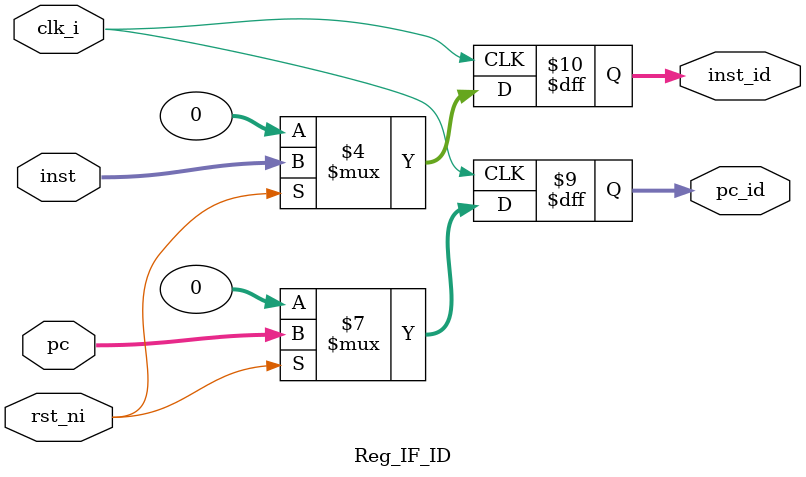
<source format=sv>
module Reg_IF_ID #(parameter Width=32)(
	//inputs
	input logic clk_i,rst_ni,
	input logic [Width-1:0] pc,inst,

	//output
	output logic [Width-1:0]pc_id,inst_id
);
always_ff @(posedge clk_i) begin
 if(~rst_ni) begin
 	pc_id <= {Width{1'b0}};
 	inst_id <= {Width{1'b0}};
 end else begin
	pc_id <= pc;
	inst_id <= inst;
end
end
endmodule: Reg_IF_ID

</source>
